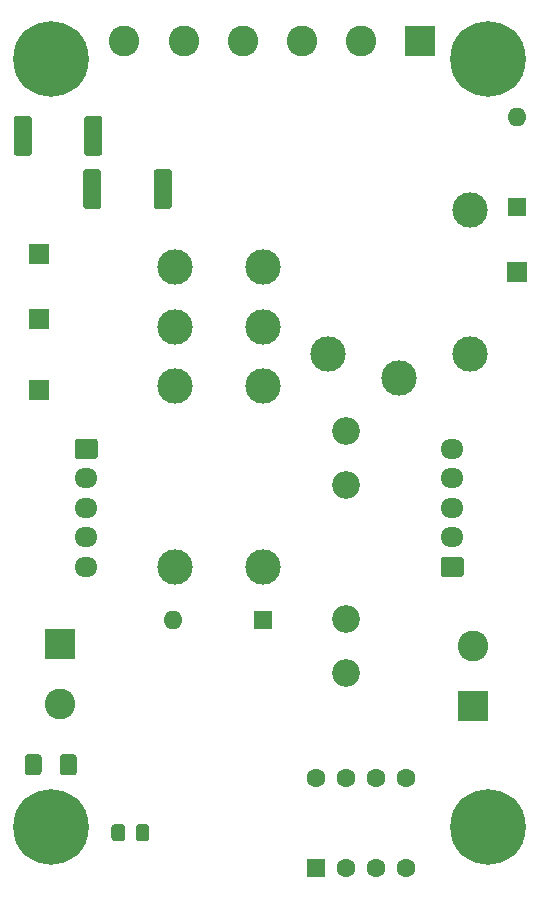
<source format=gts>
G04 #@! TF.GenerationSoftware,KiCad,Pcbnew,(5.1.5-0-10_14)*
G04 #@! TF.CreationDate,2020-02-18T21:53:13-05:00*
G04 #@! TF.ProjectId,rlcsv3_modular,726c6373-7633-45f6-9d6f-64756c61722e,rev?*
G04 #@! TF.SameCoordinates,Original*
G04 #@! TF.FileFunction,Soldermask,Top*
G04 #@! TF.FilePolarity,Negative*
%FSLAX46Y46*%
G04 Gerber Fmt 4.6, Leading zero omitted, Abs format (unit mm)*
G04 Created by KiCad (PCBNEW (5.1.5-0-10_14)) date 2020-02-18 21:53:13*
%MOMM*%
%LPD*%
G04 APERTURE LIST*
%ADD10C,0.100000*%
%ADD11C,2.600000*%
%ADD12R,2.600000X2.600000*%
%ADD13O,1.950000X1.700000*%
%ADD14C,3.000000*%
%ADD15C,6.400000*%
%ADD16R,1.700000X1.700000*%
%ADD17R,1.600000X1.600000*%
%ADD18O,1.600000X1.600000*%
%ADD19C,2.350000*%
%ADD20C,1.600000*%
G04 APERTURE END LIST*
D10*
G36*
X142124505Y-138801204D02*
G01*
X142148773Y-138804804D01*
X142172572Y-138810765D01*
X142195671Y-138819030D01*
X142217850Y-138829520D01*
X142238893Y-138842132D01*
X142258599Y-138856747D01*
X142276777Y-138873223D01*
X142293253Y-138891401D01*
X142307868Y-138911107D01*
X142320480Y-138932150D01*
X142330970Y-138954329D01*
X142339235Y-138977428D01*
X142345196Y-139001227D01*
X142348796Y-139025495D01*
X142350000Y-139049999D01*
X142350000Y-139950001D01*
X142348796Y-139974505D01*
X142345196Y-139998773D01*
X142339235Y-140022572D01*
X142330970Y-140045671D01*
X142320480Y-140067850D01*
X142307868Y-140088893D01*
X142293253Y-140108599D01*
X142276777Y-140126777D01*
X142258599Y-140143253D01*
X142238893Y-140157868D01*
X142217850Y-140170480D01*
X142195671Y-140180970D01*
X142172572Y-140189235D01*
X142148773Y-140195196D01*
X142124505Y-140198796D01*
X142100001Y-140200000D01*
X141449999Y-140200000D01*
X141425495Y-140198796D01*
X141401227Y-140195196D01*
X141377428Y-140189235D01*
X141354329Y-140180970D01*
X141332150Y-140170480D01*
X141311107Y-140157868D01*
X141291401Y-140143253D01*
X141273223Y-140126777D01*
X141256747Y-140108599D01*
X141242132Y-140088893D01*
X141229520Y-140067850D01*
X141219030Y-140045671D01*
X141210765Y-140022572D01*
X141204804Y-139998773D01*
X141201204Y-139974505D01*
X141200000Y-139950001D01*
X141200000Y-139049999D01*
X141201204Y-139025495D01*
X141204804Y-139001227D01*
X141210765Y-138977428D01*
X141219030Y-138954329D01*
X141229520Y-138932150D01*
X141242132Y-138911107D01*
X141256747Y-138891401D01*
X141273223Y-138873223D01*
X141291401Y-138856747D01*
X141311107Y-138842132D01*
X141332150Y-138829520D01*
X141354329Y-138819030D01*
X141377428Y-138810765D01*
X141401227Y-138804804D01*
X141425495Y-138801204D01*
X141449999Y-138800000D01*
X142100001Y-138800000D01*
X142124505Y-138801204D01*
G37*
G36*
X140074505Y-138801204D02*
G01*
X140098773Y-138804804D01*
X140122572Y-138810765D01*
X140145671Y-138819030D01*
X140167850Y-138829520D01*
X140188893Y-138842132D01*
X140208599Y-138856747D01*
X140226777Y-138873223D01*
X140243253Y-138891401D01*
X140257868Y-138911107D01*
X140270480Y-138932150D01*
X140280970Y-138954329D01*
X140289235Y-138977428D01*
X140295196Y-139001227D01*
X140298796Y-139025495D01*
X140300000Y-139049999D01*
X140300000Y-139950001D01*
X140298796Y-139974505D01*
X140295196Y-139998773D01*
X140289235Y-140022572D01*
X140280970Y-140045671D01*
X140270480Y-140067850D01*
X140257868Y-140088893D01*
X140243253Y-140108599D01*
X140226777Y-140126777D01*
X140208599Y-140143253D01*
X140188893Y-140157868D01*
X140167850Y-140170480D01*
X140145671Y-140180970D01*
X140122572Y-140189235D01*
X140098773Y-140195196D01*
X140074505Y-140198796D01*
X140050001Y-140200000D01*
X139399999Y-140200000D01*
X139375495Y-140198796D01*
X139351227Y-140195196D01*
X139327428Y-140189235D01*
X139304329Y-140180970D01*
X139282150Y-140170480D01*
X139261107Y-140157868D01*
X139241401Y-140143253D01*
X139223223Y-140126777D01*
X139206747Y-140108599D01*
X139192132Y-140088893D01*
X139179520Y-140067850D01*
X139169030Y-140045671D01*
X139160765Y-140022572D01*
X139154804Y-139998773D01*
X139151204Y-139974505D01*
X139150000Y-139950001D01*
X139150000Y-139049999D01*
X139151204Y-139025495D01*
X139154804Y-139001227D01*
X139160765Y-138977428D01*
X139169030Y-138954329D01*
X139179520Y-138932150D01*
X139192132Y-138911107D01*
X139206747Y-138891401D01*
X139223223Y-138873223D01*
X139241401Y-138856747D01*
X139261107Y-138842132D01*
X139282150Y-138829520D01*
X139304329Y-138819030D01*
X139327428Y-138810765D01*
X139351227Y-138804804D01*
X139375495Y-138801204D01*
X139399999Y-138800000D01*
X140050001Y-138800000D01*
X140074505Y-138801204D01*
G37*
G36*
X132999504Y-132876204D02*
G01*
X133023773Y-132879804D01*
X133047571Y-132885765D01*
X133070671Y-132894030D01*
X133092849Y-132904520D01*
X133113893Y-132917133D01*
X133133598Y-132931747D01*
X133151777Y-132948223D01*
X133168253Y-132966402D01*
X133182867Y-132986107D01*
X133195480Y-133007151D01*
X133205970Y-133029329D01*
X133214235Y-133052429D01*
X133220196Y-133076227D01*
X133223796Y-133100496D01*
X133225000Y-133125000D01*
X133225000Y-134375000D01*
X133223796Y-134399504D01*
X133220196Y-134423773D01*
X133214235Y-134447571D01*
X133205970Y-134470671D01*
X133195480Y-134492849D01*
X133182867Y-134513893D01*
X133168253Y-134533598D01*
X133151777Y-134551777D01*
X133133598Y-134568253D01*
X133113893Y-134582867D01*
X133092849Y-134595480D01*
X133070671Y-134605970D01*
X133047571Y-134614235D01*
X133023773Y-134620196D01*
X132999504Y-134623796D01*
X132975000Y-134625000D01*
X132050000Y-134625000D01*
X132025496Y-134623796D01*
X132001227Y-134620196D01*
X131977429Y-134614235D01*
X131954329Y-134605970D01*
X131932151Y-134595480D01*
X131911107Y-134582867D01*
X131891402Y-134568253D01*
X131873223Y-134551777D01*
X131856747Y-134533598D01*
X131842133Y-134513893D01*
X131829520Y-134492849D01*
X131819030Y-134470671D01*
X131810765Y-134447571D01*
X131804804Y-134423773D01*
X131801204Y-134399504D01*
X131800000Y-134375000D01*
X131800000Y-133125000D01*
X131801204Y-133100496D01*
X131804804Y-133076227D01*
X131810765Y-133052429D01*
X131819030Y-133029329D01*
X131829520Y-133007151D01*
X131842133Y-132986107D01*
X131856747Y-132966402D01*
X131873223Y-132948223D01*
X131891402Y-132931747D01*
X131911107Y-132917133D01*
X131932151Y-132904520D01*
X131954329Y-132894030D01*
X131977429Y-132885765D01*
X132001227Y-132879804D01*
X132025496Y-132876204D01*
X132050000Y-132875000D01*
X132975000Y-132875000D01*
X132999504Y-132876204D01*
G37*
G36*
X135974504Y-132876204D02*
G01*
X135998773Y-132879804D01*
X136022571Y-132885765D01*
X136045671Y-132894030D01*
X136067849Y-132904520D01*
X136088893Y-132917133D01*
X136108598Y-132931747D01*
X136126777Y-132948223D01*
X136143253Y-132966402D01*
X136157867Y-132986107D01*
X136170480Y-133007151D01*
X136180970Y-133029329D01*
X136189235Y-133052429D01*
X136195196Y-133076227D01*
X136198796Y-133100496D01*
X136200000Y-133125000D01*
X136200000Y-134375000D01*
X136198796Y-134399504D01*
X136195196Y-134423773D01*
X136189235Y-134447571D01*
X136180970Y-134470671D01*
X136170480Y-134492849D01*
X136157867Y-134513893D01*
X136143253Y-134533598D01*
X136126777Y-134551777D01*
X136108598Y-134568253D01*
X136088893Y-134582867D01*
X136067849Y-134595480D01*
X136045671Y-134605970D01*
X136022571Y-134614235D01*
X135998773Y-134620196D01*
X135974504Y-134623796D01*
X135950000Y-134625000D01*
X135025000Y-134625000D01*
X135000496Y-134623796D01*
X134976227Y-134620196D01*
X134952429Y-134614235D01*
X134929329Y-134605970D01*
X134907151Y-134595480D01*
X134886107Y-134582867D01*
X134866402Y-134568253D01*
X134848223Y-134551777D01*
X134831747Y-134533598D01*
X134817133Y-134513893D01*
X134804520Y-134492849D01*
X134794030Y-134470671D01*
X134785765Y-134447571D01*
X134779804Y-134423773D01*
X134776204Y-134399504D01*
X134775000Y-134375000D01*
X134775000Y-133125000D01*
X134776204Y-133100496D01*
X134779804Y-133076227D01*
X134785765Y-133052429D01*
X134794030Y-133029329D01*
X134804520Y-133007151D01*
X134817133Y-132986107D01*
X134831747Y-132966402D01*
X134848223Y-132948223D01*
X134866402Y-132931747D01*
X134886107Y-132917133D01*
X134907151Y-132904520D01*
X134929329Y-132894030D01*
X134952429Y-132885765D01*
X134976227Y-132879804D01*
X135000496Y-132876204D01*
X135025000Y-132875000D01*
X135950000Y-132875000D01*
X135974504Y-132876204D01*
G37*
D11*
X134750000Y-128580000D03*
D12*
X134750000Y-123500000D03*
D11*
X140250000Y-72500000D03*
X145250000Y-72500000D03*
X150250000Y-72500000D03*
X155250000Y-72500000D03*
X160250000Y-72500000D03*
D12*
X165250000Y-72500000D03*
D13*
X137000000Y-117000000D03*
X137000000Y-114500000D03*
X137000000Y-112000000D03*
X137000000Y-109500000D03*
D10*
G36*
X137749504Y-106151204D02*
G01*
X137773773Y-106154804D01*
X137797571Y-106160765D01*
X137820671Y-106169030D01*
X137842849Y-106179520D01*
X137863893Y-106192133D01*
X137883598Y-106206747D01*
X137901777Y-106223223D01*
X137918253Y-106241402D01*
X137932867Y-106261107D01*
X137945480Y-106282151D01*
X137955970Y-106304329D01*
X137964235Y-106327429D01*
X137970196Y-106351227D01*
X137973796Y-106375496D01*
X137975000Y-106400000D01*
X137975000Y-107600000D01*
X137973796Y-107624504D01*
X137970196Y-107648773D01*
X137964235Y-107672571D01*
X137955970Y-107695671D01*
X137945480Y-107717849D01*
X137932867Y-107738893D01*
X137918253Y-107758598D01*
X137901777Y-107776777D01*
X137883598Y-107793253D01*
X137863893Y-107807867D01*
X137842849Y-107820480D01*
X137820671Y-107830970D01*
X137797571Y-107839235D01*
X137773773Y-107845196D01*
X137749504Y-107848796D01*
X137725000Y-107850000D01*
X136275000Y-107850000D01*
X136250496Y-107848796D01*
X136226227Y-107845196D01*
X136202429Y-107839235D01*
X136179329Y-107830970D01*
X136157151Y-107820480D01*
X136136107Y-107807867D01*
X136116402Y-107793253D01*
X136098223Y-107776777D01*
X136081747Y-107758598D01*
X136067133Y-107738893D01*
X136054520Y-107717849D01*
X136044030Y-107695671D01*
X136035765Y-107672571D01*
X136029804Y-107648773D01*
X136026204Y-107624504D01*
X136025000Y-107600000D01*
X136025000Y-106400000D01*
X136026204Y-106375496D01*
X136029804Y-106351227D01*
X136035765Y-106327429D01*
X136044030Y-106304329D01*
X136054520Y-106282151D01*
X136067133Y-106261107D01*
X136081747Y-106241402D01*
X136098223Y-106223223D01*
X136116402Y-106206747D01*
X136136107Y-106192133D01*
X136157151Y-106179520D01*
X136179329Y-106169030D01*
X136202429Y-106160765D01*
X136226227Y-106154804D01*
X136250496Y-106151204D01*
X136275000Y-106150000D01*
X137725000Y-106150000D01*
X137749504Y-106151204D01*
G37*
D14*
X144500000Y-117000000D03*
X152000000Y-117000000D03*
X144500000Y-96680000D03*
X152000000Y-91640000D03*
X152000000Y-101720000D03*
X144500000Y-101720000D03*
X152000000Y-96680000D03*
X144500000Y-91640000D03*
D15*
X134000000Y-139000000D03*
X171000000Y-139000000D03*
X171000000Y-74000000D03*
X134000000Y-74000000D03*
D14*
X169500000Y-99000000D03*
X169500000Y-86800000D03*
X157500000Y-99000000D03*
X163500000Y-101000000D03*
D16*
X133000000Y-96000000D03*
X133000000Y-102000000D03*
X133000000Y-90500000D03*
X173500000Y-92000000D03*
D17*
X173500000Y-86500000D03*
D18*
X173500000Y-78880000D03*
X144380000Y-121500000D03*
D17*
X152000000Y-121500000D03*
D19*
X159000000Y-110100000D03*
X159000000Y-105500000D03*
X159000000Y-121400000D03*
X159000000Y-126000000D03*
D12*
X169750000Y-128750000D03*
D11*
X169750000Y-123670000D03*
D20*
X156500000Y-134880000D03*
X159040000Y-134880000D03*
X161580000Y-134880000D03*
X164120000Y-134880000D03*
X164120000Y-142500000D03*
X161580000Y-142500000D03*
X159040000Y-142500000D03*
D17*
X156500000Y-142500000D03*
D10*
G36*
X168749504Y-116151204D02*
G01*
X168773773Y-116154804D01*
X168797571Y-116160765D01*
X168820671Y-116169030D01*
X168842849Y-116179520D01*
X168863893Y-116192133D01*
X168883598Y-116206747D01*
X168901777Y-116223223D01*
X168918253Y-116241402D01*
X168932867Y-116261107D01*
X168945480Y-116282151D01*
X168955970Y-116304329D01*
X168964235Y-116327429D01*
X168970196Y-116351227D01*
X168973796Y-116375496D01*
X168975000Y-116400000D01*
X168975000Y-117600000D01*
X168973796Y-117624504D01*
X168970196Y-117648773D01*
X168964235Y-117672571D01*
X168955970Y-117695671D01*
X168945480Y-117717849D01*
X168932867Y-117738893D01*
X168918253Y-117758598D01*
X168901777Y-117776777D01*
X168883598Y-117793253D01*
X168863893Y-117807867D01*
X168842849Y-117820480D01*
X168820671Y-117830970D01*
X168797571Y-117839235D01*
X168773773Y-117845196D01*
X168749504Y-117848796D01*
X168725000Y-117850000D01*
X167275000Y-117850000D01*
X167250496Y-117848796D01*
X167226227Y-117845196D01*
X167202429Y-117839235D01*
X167179329Y-117830970D01*
X167157151Y-117820480D01*
X167136107Y-117807867D01*
X167116402Y-117793253D01*
X167098223Y-117776777D01*
X167081747Y-117758598D01*
X167067133Y-117738893D01*
X167054520Y-117717849D01*
X167044030Y-117695671D01*
X167035765Y-117672571D01*
X167029804Y-117648773D01*
X167026204Y-117624504D01*
X167025000Y-117600000D01*
X167025000Y-116400000D01*
X167026204Y-116375496D01*
X167029804Y-116351227D01*
X167035765Y-116327429D01*
X167044030Y-116304329D01*
X167054520Y-116282151D01*
X167067133Y-116261107D01*
X167081747Y-116241402D01*
X167098223Y-116223223D01*
X167116402Y-116206747D01*
X167136107Y-116192133D01*
X167157151Y-116179520D01*
X167179329Y-116169030D01*
X167202429Y-116160765D01*
X167226227Y-116154804D01*
X167250496Y-116151204D01*
X167275000Y-116150000D01*
X168725000Y-116150000D01*
X168749504Y-116151204D01*
G37*
D13*
X168000000Y-114500000D03*
X168000000Y-112000000D03*
X168000000Y-109500000D03*
X168000000Y-107000000D03*
D10*
G36*
X138144505Y-78826204D02*
G01*
X138168773Y-78829804D01*
X138192572Y-78835765D01*
X138215671Y-78844030D01*
X138237850Y-78854520D01*
X138258893Y-78867132D01*
X138278599Y-78881747D01*
X138296777Y-78898223D01*
X138313253Y-78916401D01*
X138327868Y-78936107D01*
X138340480Y-78957150D01*
X138350970Y-78979329D01*
X138359235Y-79002428D01*
X138365196Y-79026227D01*
X138368796Y-79050495D01*
X138370000Y-79074999D01*
X138370000Y-81925001D01*
X138368796Y-81949505D01*
X138365196Y-81973773D01*
X138359235Y-81997572D01*
X138350970Y-82020671D01*
X138340480Y-82042850D01*
X138327868Y-82063893D01*
X138313253Y-82083599D01*
X138296777Y-82101777D01*
X138278599Y-82118253D01*
X138258893Y-82132868D01*
X138237850Y-82145480D01*
X138215671Y-82155970D01*
X138192572Y-82164235D01*
X138168773Y-82170196D01*
X138144505Y-82173796D01*
X138120001Y-82175000D01*
X137094999Y-82175000D01*
X137070495Y-82173796D01*
X137046227Y-82170196D01*
X137022428Y-82164235D01*
X136999329Y-82155970D01*
X136977150Y-82145480D01*
X136956107Y-82132868D01*
X136936401Y-82118253D01*
X136918223Y-82101777D01*
X136901747Y-82083599D01*
X136887132Y-82063893D01*
X136874520Y-82042850D01*
X136864030Y-82020671D01*
X136855765Y-81997572D01*
X136849804Y-81973773D01*
X136846204Y-81949505D01*
X136845000Y-81925001D01*
X136845000Y-79074999D01*
X136846204Y-79050495D01*
X136849804Y-79026227D01*
X136855765Y-79002428D01*
X136864030Y-78979329D01*
X136874520Y-78957150D01*
X136887132Y-78936107D01*
X136901747Y-78916401D01*
X136918223Y-78898223D01*
X136936401Y-78881747D01*
X136956107Y-78867132D01*
X136977150Y-78854520D01*
X136999329Y-78844030D01*
X137022428Y-78835765D01*
X137046227Y-78829804D01*
X137070495Y-78826204D01*
X137094999Y-78825000D01*
X138120001Y-78825000D01*
X138144505Y-78826204D01*
G37*
G36*
X132169505Y-78826204D02*
G01*
X132193773Y-78829804D01*
X132217572Y-78835765D01*
X132240671Y-78844030D01*
X132262850Y-78854520D01*
X132283893Y-78867132D01*
X132303599Y-78881747D01*
X132321777Y-78898223D01*
X132338253Y-78916401D01*
X132352868Y-78936107D01*
X132365480Y-78957150D01*
X132375970Y-78979329D01*
X132384235Y-79002428D01*
X132390196Y-79026227D01*
X132393796Y-79050495D01*
X132395000Y-79074999D01*
X132395000Y-81925001D01*
X132393796Y-81949505D01*
X132390196Y-81973773D01*
X132384235Y-81997572D01*
X132375970Y-82020671D01*
X132365480Y-82042850D01*
X132352868Y-82063893D01*
X132338253Y-82083599D01*
X132321777Y-82101777D01*
X132303599Y-82118253D01*
X132283893Y-82132868D01*
X132262850Y-82145480D01*
X132240671Y-82155970D01*
X132217572Y-82164235D01*
X132193773Y-82170196D01*
X132169505Y-82173796D01*
X132145001Y-82175000D01*
X131119999Y-82175000D01*
X131095495Y-82173796D01*
X131071227Y-82170196D01*
X131047428Y-82164235D01*
X131024329Y-82155970D01*
X131002150Y-82145480D01*
X130981107Y-82132868D01*
X130961401Y-82118253D01*
X130943223Y-82101777D01*
X130926747Y-82083599D01*
X130912132Y-82063893D01*
X130899520Y-82042850D01*
X130889030Y-82020671D01*
X130880765Y-81997572D01*
X130874804Y-81973773D01*
X130871204Y-81949505D01*
X130870000Y-81925001D01*
X130870000Y-79074999D01*
X130871204Y-79050495D01*
X130874804Y-79026227D01*
X130880765Y-79002428D01*
X130889030Y-78979329D01*
X130899520Y-78957150D01*
X130912132Y-78936107D01*
X130926747Y-78916401D01*
X130943223Y-78898223D01*
X130961401Y-78881747D01*
X130981107Y-78867132D01*
X131002150Y-78854520D01*
X131024329Y-78844030D01*
X131047428Y-78835765D01*
X131071227Y-78829804D01*
X131095495Y-78826204D01*
X131119999Y-78825000D01*
X132145001Y-78825000D01*
X132169505Y-78826204D01*
G37*
G36*
X138049505Y-83326204D02*
G01*
X138073773Y-83329804D01*
X138097572Y-83335765D01*
X138120671Y-83344030D01*
X138142850Y-83354520D01*
X138163893Y-83367132D01*
X138183599Y-83381747D01*
X138201777Y-83398223D01*
X138218253Y-83416401D01*
X138232868Y-83436107D01*
X138245480Y-83457150D01*
X138255970Y-83479329D01*
X138264235Y-83502428D01*
X138270196Y-83526227D01*
X138273796Y-83550495D01*
X138275000Y-83574999D01*
X138275000Y-86425001D01*
X138273796Y-86449505D01*
X138270196Y-86473773D01*
X138264235Y-86497572D01*
X138255970Y-86520671D01*
X138245480Y-86542850D01*
X138232868Y-86563893D01*
X138218253Y-86583599D01*
X138201777Y-86601777D01*
X138183599Y-86618253D01*
X138163893Y-86632868D01*
X138142850Y-86645480D01*
X138120671Y-86655970D01*
X138097572Y-86664235D01*
X138073773Y-86670196D01*
X138049505Y-86673796D01*
X138025001Y-86675000D01*
X136999999Y-86675000D01*
X136975495Y-86673796D01*
X136951227Y-86670196D01*
X136927428Y-86664235D01*
X136904329Y-86655970D01*
X136882150Y-86645480D01*
X136861107Y-86632868D01*
X136841401Y-86618253D01*
X136823223Y-86601777D01*
X136806747Y-86583599D01*
X136792132Y-86563893D01*
X136779520Y-86542850D01*
X136769030Y-86520671D01*
X136760765Y-86497572D01*
X136754804Y-86473773D01*
X136751204Y-86449505D01*
X136750000Y-86425001D01*
X136750000Y-83574999D01*
X136751204Y-83550495D01*
X136754804Y-83526227D01*
X136760765Y-83502428D01*
X136769030Y-83479329D01*
X136779520Y-83457150D01*
X136792132Y-83436107D01*
X136806747Y-83416401D01*
X136823223Y-83398223D01*
X136841401Y-83381747D01*
X136861107Y-83367132D01*
X136882150Y-83354520D01*
X136904329Y-83344030D01*
X136927428Y-83335765D01*
X136951227Y-83329804D01*
X136975495Y-83326204D01*
X136999999Y-83325000D01*
X138025001Y-83325000D01*
X138049505Y-83326204D01*
G37*
G36*
X144024505Y-83326204D02*
G01*
X144048773Y-83329804D01*
X144072572Y-83335765D01*
X144095671Y-83344030D01*
X144117850Y-83354520D01*
X144138893Y-83367132D01*
X144158599Y-83381747D01*
X144176777Y-83398223D01*
X144193253Y-83416401D01*
X144207868Y-83436107D01*
X144220480Y-83457150D01*
X144230970Y-83479329D01*
X144239235Y-83502428D01*
X144245196Y-83526227D01*
X144248796Y-83550495D01*
X144250000Y-83574999D01*
X144250000Y-86425001D01*
X144248796Y-86449505D01*
X144245196Y-86473773D01*
X144239235Y-86497572D01*
X144230970Y-86520671D01*
X144220480Y-86542850D01*
X144207868Y-86563893D01*
X144193253Y-86583599D01*
X144176777Y-86601777D01*
X144158599Y-86618253D01*
X144138893Y-86632868D01*
X144117850Y-86645480D01*
X144095671Y-86655970D01*
X144072572Y-86664235D01*
X144048773Y-86670196D01*
X144024505Y-86673796D01*
X144000001Y-86675000D01*
X142974999Y-86675000D01*
X142950495Y-86673796D01*
X142926227Y-86670196D01*
X142902428Y-86664235D01*
X142879329Y-86655970D01*
X142857150Y-86645480D01*
X142836107Y-86632868D01*
X142816401Y-86618253D01*
X142798223Y-86601777D01*
X142781747Y-86583599D01*
X142767132Y-86563893D01*
X142754520Y-86542850D01*
X142744030Y-86520671D01*
X142735765Y-86497572D01*
X142729804Y-86473773D01*
X142726204Y-86449505D01*
X142725000Y-86425001D01*
X142725000Y-83574999D01*
X142726204Y-83550495D01*
X142729804Y-83526227D01*
X142735765Y-83502428D01*
X142744030Y-83479329D01*
X142754520Y-83457150D01*
X142767132Y-83436107D01*
X142781747Y-83416401D01*
X142798223Y-83398223D01*
X142816401Y-83381747D01*
X142836107Y-83367132D01*
X142857150Y-83354520D01*
X142879329Y-83344030D01*
X142902428Y-83335765D01*
X142926227Y-83329804D01*
X142950495Y-83326204D01*
X142974999Y-83325000D01*
X144000001Y-83325000D01*
X144024505Y-83326204D01*
G37*
M02*

</source>
